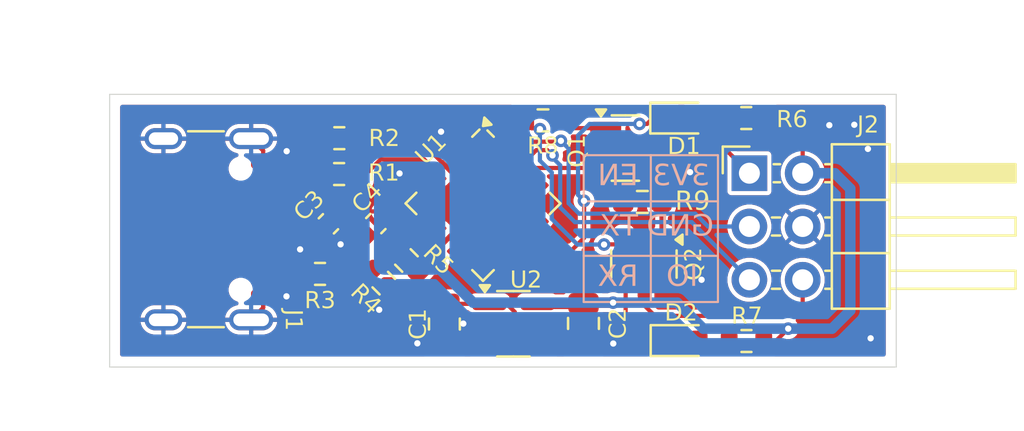
<source format=kicad_pcb>
(kicad_pcb (version 20241229) (generator "pcbnew") (generator_version "9.0")
  (layers (0 "F.Cu" signal) (2 "B.Cu" signal) (13 "F.Paste" user) (15 "B.Paste" user) (5 "F.SilkS" user "F.Silkscreen") (7 "B.SilkS" user "B.Silkscreen") (1 "F.Mask" user) (3 "B.Mask" user) (25 "Edge.Cuts" user))
  (net 0 "")
  (net 1 "+3V3")
  (net 2 "GND")
  (net 3 "Net-(D1-A)")
  (net 4 "Net-(D1-K)")
  (net 5 "Net-(D2-K)")
  (net 6 "Net-(D2-A)")
  (net 7 "VBUS")
  (net 8 "Net-(J1-D-)")
  (net 9 "Net-(J1-D+)")
  (net 12 "/RX")
  (net 13 "/EN")
  (net 14 "/TX")
  (net 15 "/IO0")
  (net 16 "/~{RST}")
  (net 17 "Net-(Q1-B)")
  (net 18 "/~{DTR}")
  (net 19 "Net-(Q2-B)")
  (net 20 "Net-(U1-D-)")
  (net 21 "Net-(U1-D+)")
  (net 22 "Net-(U1-VBUS)")
  (net 23 "Net-(U1-~{RST})")
  (footprint "Capacitor_SMD:C_0603_1608Metric" (layer "F.Cu") (at 132.93 96.67 -135)
    (property "Reference" "C3" (at 0.042426 1.230366 45) (layer "F.SilkS") (effects (font (size 0.8 0.8))))
    (property "Value" "4.7uF")
    (fp_line (start -0.140581 0.51) (end 0.140581 0.51) (stroke (width 0.12)) (layer "F.SilkS"))
    (fp_line (start -0.140581 -0.51) (end 0.140581 -0.51) (stroke (width 0.12)) (layer "F.SilkS"))
    (pad "1" smd roundrect (at -0.775 0 225) (size 0.9 0.95) (layers "F.Cu" "F.Mask" "F.Paste") (net 1 "+3V3"))
    (pad "2" smd roundrect (at 0.775 0 225) (size 0.9 0.95) (layers "F.Cu" "F.Mask" "F.Paste") (net 2 "GND"))
  )
  (footprint "Capacitor_SMD:C_0603_1608Metric" (layer "F.Cu") (at 135.19 96.66 -135)
    (property "Reference" "C4" (at -0.579828 1.131371 45) (layer "F.SilkS") (effects (font (size 0.8 0.8))))
    (property "Value" "100nF")
    (fp_line (start -0.140581 0.51) (end 0.140581 0.51) (stroke (width 0.12)) (layer "F.SilkS"))
    (fp_line (start -0.140581 -0.51) (end 0.140581 -0.51) (stroke (width 0.12)) (layer "F.SilkS"))
    (pad "1" smd roundrect (at -0.775 0 225) (size 0.9 0.95) (layers "F.Cu" "F.Mask" "F.Paste") (net 1 "+3V3"))
    (pad "2" smd roundrect (at 0.775 0 225) (size 0.9 0.95) (layers "F.Cu" "F.Mask" "F.Paste") (net 2 "GND"))
  )
  (footprint "Resistor_SMD:R_0603_1608Metric" (layer "F.Cu") (at 136.65 98.42 -45)
    (property "Reference" "R5" (at 1.053589 -1.067731 135) (layer "F.SilkS") (effects (font (size 0.8 0.8))))
    (property "Value" "1k")
    (fp_line (start -0.237258 0.5225) (end 0.237258 0.5225) (stroke (width 0.12)) (layer "F.SilkS"))
    (fp_line (start -0.237258 -0.5225) (end 0.237258 -0.5225) (stroke (width 0.12)) (layer "F.SilkS"))
    (pad "1" smd roundrect (at -0.825 0 315) (size 0.8 0.95) (layers "F.Cu" "F.Mask" "F.Paste") (net 1 "+3V3"))
    (pad "2" smd roundrect (at 0.825 0 315) (size 0.8 0.95) (layers "F.Cu" "F.Mask" "F.Paste") (net 23 "Net-(U1-~{RST})"))
  )
  (footprint "LED_SMD:LED_0603_1608Metric" (layer "F.Cu") (at 149.76 91.63)
    (property "Reference" "D1" (at 0.12 1.38 0) (layer "F.SilkS") (effects (font (size 0.8 0.8))))
    (property "Value" "NCD0603R1")
    (fp_line (start -1.485 -0.735) (end -1.485 0.735) (stroke (width 0.12)) (layer "F.SilkS"))
    (fp_line (start -1.485 0.735) (end 0.8 0.735) (stroke (width 0.12)) (layer "F.SilkS"))
    (fp_line (start 0.8 -0.735) (end -1.485 -0.735) (stroke (width 0.12)) (layer "F.SilkS"))
    (pad "1" smd roundrect (at -0.7875 0) (size 0.875 0.95) (layers "F.Cu" "F.Mask" "F.Paste") (net 4 "Net-(D1-K)"))
    (pad "2" smd roundrect (at 0.7875 0) (size 0.875 0.95) (layers "F.Cu" "F.Mask" "F.Paste") (net 3 "Net-(D1-A)"))
  )
  (footprint "Connector_PinHeader_2.54mm:PinHeader_2x03_P2.54mm_Horizontal" (layer "F.Cu") (at 153 94.26)
    (property "Reference" "J2" (at 5.655 -2.27 0) (layer "F.SilkS") (effects (font (size 0.8 0.8))))
    (property "Value" "Conn_01x06")
    (fp_line (start -1.27 -1.27) (end 0 -1.27) (stroke (width 0.12)) (layer "F.SilkS"))
    (fp_line (start -1.27 0) (end -1.27 -1.27) (stroke (width 0.12)) (layer "F.SilkS"))
    (fp_line (start 1.077358 2.11) (end 1.462642 2.11) (stroke (width 0.12)) (layer "F.SilkS"))
    (fp_line (start 1.077358 2.97) (end 1.462642 2.97) (stroke (width 0.12)) (layer "F.SilkS"))
    (fp_line (start 1.077358 4.65) (end 1.462642 4.65) (stroke (width 0.12)) (layer "F.SilkS"))
    (fp_line (start 1.077358 5.51) (end 1.462642 5.51) (stroke (width 0.12)) (layer "F.SilkS"))
    (fp_line (start 1.16 -0.43) (end 1.462642 -0.43) (stroke (width 0.12)) (layer "F.SilkS"))
    (fp_line (start 1.16 0.43) (end 1.462642 0.43) (stroke (width 0.12)) (layer "F.SilkS"))
    (fp_line (start 3.617358 -0.43) (end 3.93 -0.43) (stroke (width 0.12)) (layer "F.SilkS"))
    (fp_line (start 3.617358 0.43) (end 3.93 0.43) (stroke (width 0.12)) (layer "F.SilkS"))
    (fp_line (start 3.617358 2.11) (end 3.93 2.11) (stroke (width 0.12)) (layer "F.SilkS"))
    (fp_line (start 3.617358 2.97) (end 3.93 2.97) (stroke (width 0.12)) (layer "F.SilkS"))
    (fp_line (start 3.617358 4.65) (end 3.93 4.65) (stroke (width 0.12)) (layer "F.SilkS"))
    (fp_line (start 3.617358 5.51) (end 3.93 5.51) (stroke (width 0.12)) (layer "F.SilkS"))
    (fp_line (start 3.93 -1.38) (end 3.93 6.46) (stroke (width 0.12)) (layer "F.SilkS"))
    (fp_line (start 3.93 1.27) (end 6.69 1.27) (stroke (width 0.12)) (layer "F.SilkS"))
    (fp_line (start 3.93 3.81) (end 6.69 3.81) (stroke (width 0.12)) (layer "F.SilkS"))
    (fp_line (start 3.93 6.46) (end 6.69 6.46) (stroke (width 0.12)) (layer "F.SilkS"))
    (fp_line (start 6.69 -1.38) (end 3.93 -1.38) (stroke (width 0.12)) (layer "F.SilkS"))
    (fp_line (start 6.69 2.11) (end 12.69 2.11) (stroke (width 0.12)) (layer "F.SilkS"))
    (fp_line (start 6.69 4.65) (end 12.69 4.65) (stroke (width 0.12)) (layer "F.SilkS"))
    (fp_line (start 6.69 6.46) (end 6.69 -1.38) (stroke (width 0.12)) (layer "F.SilkS"))
    (fp_line (start 12.69 2.11) (end 12.69 2.97) (stroke (width 0.12)) (layer "F.SilkS"))
    (fp_line (start 12.69 2.97) (end 6.69 2.97) (stroke (width 0.12)) (layer "F.SilkS"))
    (fp_line (start 12.69 4.65) (end 12.69 5.51) (stroke (width 0.12)) (layer "F.SilkS"))
    (fp_line (start 12.69 5.51) (end 6.69 5.51) (stroke (width 0.12)) (layer "F.SilkS"))
    (fp_rect (start 6.69 -0.43) (end 12.69 0.43) (stroke (width 0.12)) (fill yes) (layer "F.SilkS"))
    (pad "1" thru_hole rect (at 0 0) (size 1.7 1.7) (drill 1) (layers "*.Cu" "*.Mask") (net 13 "/EN"))
    (pad "2" thru_hole circle (at 2.54 0) (size 1.7 1.7) (drill 1) (layers "*.Cu" "*.Mask") (net 1 "+3V3"))
    (pad "3" thru_hole circle (at 0 2.54) (size 1.7 1.7) (drill 1) (layers "*.Cu" "*.Mask") (net 14 "/TX"))
    (pad "4" thru_hole circle (at 2.54 2.54) (size 1.7 1.7) (drill 1) (layers "*.Cu" "*.Mask") (net 2 "GND"))
    (pad "5" thru_hole circle (at 0 5.08) (size 1.7 1.7) (drill 1) (layers "*.Cu" "*.Mask") (net 12 "/RX"))
    (pad "6" thru_hole circle (at 2.54 5.08) (size 1.7 1.7) (drill 1) (layers "*.Cu" "*.Mask") (net 15 "/IO0"))
  )
  (footprint "Resistor_SMD:R_0603_1608Metric" (layer "F.Cu") (at 132.53 99.06)
    (property "Reference" "R3" (at 0 1.3 0) (layer "F.SilkS") (effects (font (size 0.8 0.8))))
    (property "Value" "21.1k")
    (fp_line (start -0.237258 -0.5225) (end 0.237258 -0.5225) (stroke (width 0.12)) (layer "F.SilkS"))
    (fp_line (start -0.237258 0.5225) (end 0.237258 0.5225) (stroke (width 0.12)) (layer "F.SilkS"))
    (pad "1" smd roundrect (at -0.825 0) (size 0.8 0.95) (layers "F.Cu" "F.Mask" "F.Paste") (net 7 "VBUS"))
    (pad "2" smd roundrect (at 0.825 0) (size 0.8 0.95) (layers "F.Cu" "F.Mask" "F.Paste") (net 22 "Net-(U1-VBUS)"))
  )
  (footprint "Capacitor_SMD:C_0805_2012Metric" (layer "F.Cu") (at 138.46 101.45 -90)
    (property "Reference" "C1" (at 0 1.22 90) (layer "F.SilkS") (effects (font (size 0.8 0.8))))
    (property "Value" "1uF")
    (fp_line (start -0.261252 0.735) (end 0.261252 0.735) (stroke (width 0.12)) (layer "F.SilkS"))
    (fp_line (start -0.261252 -0.735) (end 0.261252 -0.735) (stroke (width 0.12)) (layer "F.SilkS"))
    (pad "1" smd roundrect (at -0.95 0 270) (size 1 1.45) (layers "F.Cu" "F.Mask" "F.Paste") (net 7 "VBUS"))
    (pad "2" smd roundrect (at 0.95 0 270) (size 1 1.45) (layers "F.Cu" "F.Mask" "F.Paste") (net 2 "GND"))
  )
  (footprint "Resistor_SMD:R_0603_1608Metric" (layer "F.Cu") (at 152.86 102.26)
    (property "Reference" "R7" (at 0.02 -1.16 0) (layer "F.SilkS") (effects (font (size 0.8 0.8))))
    (property "Value" "330")
    (fp_line (start -0.237258 -0.5225) (end 0.237258 -0.5225) (stroke (width 0.12)) (layer "F.SilkS"))
    (fp_line (start -0.237258 0.5225) (end 0.237258 0.5225) (stroke (width 0.12)) (layer "F.SilkS"))
    (pad "1" smd roundrect (at -0.825 0) (size 0.8 0.95) (layers "F.Cu" "F.Mask" "F.Paste") (net 6 "Net-(D2-A)"))
    (pad "2" smd roundrect (at 0.825 0) (size 0.8 0.95) (layers "F.Cu" "F.Mask" "F.Paste") (net 1 "+3V3"))
  )
  (footprint "Package_TO_SOT_SMD:SC-74A-5_1.55x2.9mm_P0.95mm" (layer "F.Cu") (at 141.75 101.4375)
    (property "Reference" "U2" (at 0.6 -2.0575 0) (layer "F.SilkS") (effects (font (size 0.8 0.8))))
    (property "Value" "AP2112K-3.3")
    (fp_line (start 0 -1.56) (end -0.775 -1.56) (stroke (width 0.12)) (layer "F.SilkS"))
    (fp_line (start 0 -1.56) (end 0.775 -1.56) (stroke (width 0.12)) (layer "F.SilkS"))
    (fp_line (start 0 1.56) (end -0.775 1.56) (stroke (width 0.12)) (layer "F.SilkS"))
    (fp_line (start 0 1.56) (end 0.775 1.56) (stroke (width 0.12)) (layer "F.SilkS"))
    (fp_poly (pts (xy -1.3625 -1.51) (xy -1.6025 -1.84) (xy -1.1225 -1.84)) (stroke (width 0.12)) (fill yes) (layer "F.SilkS"))
    (pad "1" smd roundrect (at -1.15 -0.95) (size 1.6 0.6) (layers "F.Cu" "F.Mask" "F.Paste") (net 7 "VBUS"))
    (pad "2" smd roundrect (at -1.15 0) (size 1.6 0.6) (layers "F.Cu" "F.Mask" "F.Paste") (net 2 "GND"))
    (pad "3" smd roundrect (at -1.15 0.95) (size 1.6 0.6) (layers "F.Cu" "F.Mask" "F.Paste") (net 7 "VBUS"))
    (pad "4" smd roundrect (at 1.15 0.95) (size 1.6 0.6) (layers "F.Cu" "F.Mask" "F.Paste"))
    (pad "5" smd roundrect (at 1.15 -0.95) (size 1.6 0.6) (layers "F.Cu" "F.Mask" "F.Paste") (net 1 "+3V3"))
  )
  (footprint "Resistor_SMD:R_0603_1608Metric_Pad0.98x0.95mm_HandSolder" (layer "F.Cu") (at 147.8975 95.63)
    (property "Reference" "R9" (at 2.3925 0 0) (layer "F.SilkS") (effects (font (size 0.9 0.9))))
    (property "Value" "10k")
    (fp_line (start -0.254724 -0.5225) (end 0.254724 -0.5225) (stroke (width 0.12)) (layer "F.SilkS"))
    (fp_line (start -0.254724 0.5225) (end 0.254724 0.5225) (stroke (width 0.12)) (layer "F.SilkS"))
    (pad "1" smd roundrect (at -0.9125 0) (size 0.975 0.95) (layers "F.Cu" "F.Mask" "F.Paste") (net 16 "/~{RST}"))
    (pad "2" smd roundrect (at 0.9125 0) (size 0.975 0.95) (layers "F.Cu" "F.Mask" "F.Paste") (net 19 "Net-(Q2-B)"))
  )
  (footprint "Resistor_SMD:R_0603_1608Metric" (layer "F.Cu") (at 152.85 91.63)
    (property "Reference" "R6" (at 2.18 0.1 0) (layer "F.SilkS") (effects (font (size 0.8 0.8))))
    (property "Value" "330")
    (fp_line (start -0.237258 -0.5225) (end 0.237258 -0.5225) (stroke (width 0.12)) (layer "F.SilkS"))
    (fp_line (start -0.237258 0.5225) (end 0.237258 0.5225) (stroke (width 0.12)) (layer "F.SilkS"))
    (pad "1" smd roundrect (at -0.825 0) (size 0.8 0.95) (layers "F.Cu" "F.Mask" "F.Paste") (net 3 "Net-(D1-A)"))
    (pad "2" smd roundrect (at 0.825 0) (size 0.8 0.95) (layers "F.Cu" "F.Mask" "F.Paste") (net 1 "+3V3"))
  )
  (footprint "Package_DFN_QFN:QFN-28-1EP_5x5mm_P0.5mm_EP3.35x3.35mm" (layer "F.Cu") (at 140.3 95.7 -45)
    (property "Reference" "U1" (at -3.556747 -0.077782 225) (layer "F.SilkS") (effects (font (size 0.8 0.8))))
    (property "Value" "CP2102N-A02-GQFN28R")
    (fp_line (start -2.61 2.61) (end -2.61 1.885) (stroke (width 0.12)) (layer "F.SilkS"))
    (fp_line (start -1.885 2.61) (end -2.61 2.61) (stroke (width 0.12)) (layer "F.SilkS"))
    (fp_line (start -2.61 -1.885) (end -2.61 -2.37) (stroke (width 0.12)) (layer "F.SilkS"))
    (fp_line (start 1.885 2.61) (end 2.61 2.61) (stroke (width 0.12)) (layer "F.SilkS"))
    (fp_line (start 2.61 2.61) (end 2.61 1.885) (stroke (width 0.12)) (layer "F.SilkS"))
    (fp_line (start -1.885 -2.61) (end -2.31 -2.61) (stroke (width 0.12)) (layer "F.SilkS"))
    (fp_line (start 1.885 -2.61) (end 2.61 -2.61) (stroke (width 0.12)) (layer "F.SilkS"))
    (fp_line (start 2.61 -2.61) (end 2.61 -1.885) (stroke (width 0.12)) (layer "F.SilkS"))
    (fp_poly (pts (xy -2.61 -2.61) (xy -2.85 -2.94) (xy -2.37 -2.94)) (stroke (width 0.12)) (fill yes) (layer "F.SilkS"))
    (pad "1" smd roundrect (at -2.45 -1.5 315) (size 0.8 0.25) (layers "F.Cu" "F.Mask" "F.Paste"))
    (pad "2" smd roundrect (at -2.45 -1 315) (size 0.8 0.25) (layers "F.Cu" "F.Mask" "F.Paste"))
    (pad "3" smd roundrect (at -2.45 -0.5 315) (size 0.8 0.25) (layers "F.Cu" "F.Mask" "F.Paste") (net 2 "GND"))
    (pad "4" smd roundrect (at -2.450001 0 315) (size 0.8 0.25) (layers "F.Cu" "F.Mask" "F.Paste") (net 21 "Net-(U1-D+)"))
    (pad "5" smd roundrect (at -2.45 0.5 315) (size 0.8 0.25) (layers "F.Cu" "F.Mask" "F.Paste") (net 20 "Net-(U1-D-)"))
    (pad "6" smd roundrect (at -2.45 1 315) (size 0.8 0.25) (layers "F.Cu" "F.Mask" "F.Paste") (net 1 "+3V3"))
    (pad "7" smd roundrect (at -2.45 1.5 315) (size 0.8 0.25) (layers "F.Cu" "F.Mask" "F.Paste") (net 1 "+3V3"))
    (pad "8" smd roundrect (at -1.5 2.45 315) (size 0.25 0.8) (layers "F.Cu" "F.Mask" "F.Paste") (net 22 "Net-(U1-VBUS)"))
    (pad "9" smd roundrect (at -1 2.45 315) (size 0.25 0.8) (layers "F.Cu" "F.Mask" "F.Paste") (net 23 "Net-(U1-~{RST})"))
    (pad "10" smd roundrect (at -0.5 2.45 315) (size 0.25 0.8) (layers "F.Cu" "F.Mask" "F.Paste"))
    (pad "11" smd roundrect (at 0 2.450001 315) (size 0.25 0.8) (layers "F.Cu" "F.Mask" "F.Paste"))
    (pad "12" smd roundrect (at 0.5 2.45 315) (size 0.25 0.8) (layers "F.Cu" "F.Mask" "F.Paste"))
    (pad "13" smd roundrect (at 1 2.45 315) (size 0.25 0.8) (layers "F.Cu" "F.Mask" "F.Paste"))
    (pad "14" smd roundrect (at 1.5 2.45 315) (size 0.25 0.8) (layers "F.Cu" "F.Mask" "F.Paste"))
    (pad "15" smd roundrect (at 2.45 1.5 315) (size 0.8 0.25) (layers "F.Cu" "F.Mask" "F.Paste"))
    (pad "16" smd roundrect (at 2.45 1 315) (size 0.8 0.25) (layers "F.Cu" "F.Mask" "F.Paste"))
    (pad "17" smd roundrect (at 2.45 0.5 315) (size 0.8 0.25) (layers "F.Cu" "F.Mask" "F.Paste"))
    (pad "18" smd roundrect (at 2.450001 0 315) (size 0.8 0.25) (layers "F.Cu" "F.Mask" "F.Paste") (net 5 "Net-(D2-K)"))
    (pad "19" smd roundrect (at 2.45 -0.5 315) (size 0.8 0.25) (layers "F.Cu" "F.Mask" "F.Paste") (net 4 "Net-(D1-K)"))
    (pad "20" smd roundrect (at 2.45 -1 315) (size 0.8 0.25) (layers "F.Cu" "F.Mask" "F.Paste"))
    (pad "21" smd roundrect (at 2.45 -1.5 315) (size 0.8 0.25) (layers "F.Cu" "F.Mask" "F.Paste"))
    (pad "22" smd roundrect (at 1.5 -2.45 315) (size 0.25 0.8) (layers "F.Cu" "F.Mask" "F.Paste"))
    (pad "23" smd roundrect (at 1 -2.45 315) (size 0.25 0.8) (layers "F.Cu" "F.Mask" "F.Paste"))
    (pad "24" smd roundrect (at 0.5 -2.45 315) (size 0.25 0.8) (layers "F.Cu" "F.Mask" "F.Paste") (net 16 "/~{RST}"))
    (pad "25" smd roundrect (at 0 -2.450001 315) (size 0.25 0.8) (layers "F.Cu" "F.Mask" "F.Paste") (net 12 "/RX"))
    (pad "26" smd roundrect (at -0.5 -2.45 315) (size 0.25 0.8) (layers "F.Cu" "F.Mask" "F.Paste") (net 14 "/TX"))
    (pad "27" smd roundrect (at -1 -2.45 315) (size 0.25 0.8) (layers "F.Cu" "F.Mask" "F.Paste"))
    (pad "28" smd roundrect (at -1.5 -2.45 315) (size 0.25 0.8) (layers "F.Cu" "F.Mask" "F.Paste") (net 18 "/~{DTR}"))
    (pad "29" smd rect (at 0 0 315) (size 3.35 3.35) (property pad_prop_heatsink) (layers "F.Cu" "F.Mask") (net 2 "GND"))
  )
  (footprint "Connector_USB:USB_C_Receptacle_GCT_USB4105-xx-A_16P_TopMnt_Horizontal" (layer "F.Cu") (at 126.14 96.93 -90)
    (property "Reference" "J1" (at 4.33 -5.09 270) (layer "F.SilkS") (effects (font (size 0.8 0.8))))
    (property "Value" "TYPE-C 16PIN 2MD(073)")
    (fp_line (start -4.67 -0.1) (end -4.67 -1.8) (stroke (width 0.12)) (layer "F.SilkS"))
    (fp_line (start 4.67 -0.1) (end 4.67 -1.8) (stroke (width 0.12)) (layer "F.SilkS"))
    (pad "" np_thru_hole circle (at -2.89 -2.605 270) (size 0.65 0.65) (drill 0.65) (layers "*.Cu" "*.Mask"))
    (pad "" np_thru_hole circle (at 2.89 -2.605 270) (size 0.65 0.65) (drill 0.65) (layers "*.Cu" "*.Mask"))
    (pad "A1" smd roundrect (at -3.2 -3.68 270) (size 0.6 1.15) (layers "F.Cu" "F.Mask" "F.Paste") (net 2 "GND"))
    (pad "A4" smd roundrect (at -2.4 -3.68 270) (size 0.6 1.15) (layers "F.Cu" "F.Mask" "F.Paste") (net 7 "VBUS"))
    (pad "A5" smd roundrect (at -1.25 -3.68 270) (size 0.3 1.15) (layers "F.Cu" "F.Mask" "F.Paste"))
    (pad "A6" smd roundrect (at -0.25 -3.68 270) (size 0.3 1.15) (layers "F.Cu" "F.Mask" "F.Paste") (net 9 "Net-(J1-D+)"))
    (pad "A7" smd roundrect (at 0.25 -3.68 270) (size 0.3 1.15) (layers "F.Cu" "F.Mask" "F.Paste") (net 8 "Net-(J1-D-)"))
    (pad "A8" smd roundrect (at 1.25 -3.68 270) (size 0.3 1.15) (layers "F.Cu" "F.Mask" "F.Paste"))
    (pad "A9" smd roundrect (at 2.4 -3.68 270) (size 0.6 1.15) (layers "F.Cu" "F.Mask" "F.Paste") (net 7 "VBUS"))
    (pad "A12" smd roundrect (at 3.2 -3.68 270) (size 0.6 1.15) (layers "F.Cu" "F.Mask" "F.Paste") (net 2 "GND"))
    (pad "B1" smd roundrect (at 3.2 -3.68 270) (size 0.6 1.15) (layers "F.Cu" "F.Mask" "F.Paste") (net 2 "GND"))
    (pad "B4" smd roundrect (at 2.4 -3.68 270) (size 0.6 1.15) (layers "F.Cu" "F.Mask" "F.Paste") (net 7 "VBUS"))
    (pad "B5" smd roundrect (at 1.75 -3.68 270) (size 0.3 1.15) (layers "F.Cu" "F.Mask" "F.Paste"))
    (pad "B6" smd roundrect (at 0.75 -3.68 270) (size 0.3 1.15) (layers "F.Cu" "F.Mask" "F.Paste"))
    (pad "B7" smd roundrect (at -0.75 -3.68 270) (size 0.3 1.15) (layers "F.Cu" "F.Mask" "F.Paste"))
    (pad "B8" smd roundrect (at -1.75 -3.68 270) (size 0.3 1.15) (layers "F.Cu" "F.Mask" "F.Paste"))
    (pad "B9" smd roundrect (at -2.4 -3.68 270) (size 0.6 1.15) (layers "F.Cu" "F.Mask" "F.Paste") (net 7 "VBUS"))
    (pad "B12" smd roundrect (at -3.2 -3.68 270) (size 0.6 1.15) (layers "F.Cu" "F.Mask" "F.Paste") (net 2 "GND"))
    (pad "S1" thru_hole oval (at -4.32 -3.105 270) (size 1 2.1) (drill oval 0.6 1.7) (property pad_prop_heatsink) (layers "*.Cu" "*.Mask" "F.Paste") (net 2 "GND"))
    (pad "S1" thru_hole oval (at -4.32 1.075 270) (size 1 1.8) (drill oval 0.6 1.4) (property pad_prop_heatsink) (layers "*.Cu" "*.Mask" "F.Paste") (net 2 "GND"))
    (pad "S1" thru_hole oval (at 4.32 -3.105 270) (size 1 2.1) (drill oval 0.6 1.7) (property pad_prop_heatsink) (layers "*.Cu" "*.Mask" "F.Paste") (net 2 "GND"))
    (pad "S1" thru_hole oval (at 4.32 1.075 270) (size 1 1.8) (drill oval 0.6 1.4) (property pad_prop_heatsink) (layers "*.Cu" "*.Mask" "F.Paste") (net 2 "GND"))
  )
  (footprint "LED_SMD:LED_0603_1608Metric" (layer "F.Cu") (at 149.78 102.24)
    (property "Reference" "D2" (at -0.04 -1.29 0) (layer "F.SilkS") (effects (font (size 0.8 0.8))))
    (property "Value" "NCD0603R1")
    (fp_line (start -1.485 -0.735) (end -1.485 0.735) (stroke (width 0.12)) (layer "F.SilkS"))
    (fp_line (start -1.485 0.735) (end 0.8 0.735) (stroke (width 0.12)) (layer "F.SilkS"))
    (fp_line (start 0.8 -0.735) (end -1.485 -0.735) (stroke (width 0.12)) (layer "F.SilkS"))
    (pad "1" smd roundrect (at -0.7875 0) (size 0.875 0.95) (layers "F.Cu" "F.Mask" "F.Paste") (net 5 "Net-(D2-K)"))
    (pad "2" smd roundrect (at 0.7875 0) (size 0.875 0.95) (layers "F.Cu" "F.Mask" "F.Paste") (net 6 "Net-(D2-A)"))
  )
  (footprint "Resistor_SMD:R_0603_1608Metric" (layer "F.Cu") (at 133.44 94.3)
    (property "Reference" "R1" (at 2.13 -0.02 0) (layer "F.SilkS") (effects (font (size 0.8 0.8))))
    (property "Value" "10")
    (fp_line (start -0.237258 -0.5225) (end 0.237258 -0.5225) (stroke (width 0.12)) (layer "F.SilkS"))
    (fp_line (start -0.237258 0.5225) (end 0.237258 0.5225) (stroke (width 0.12)) (layer "F.SilkS"))
    (pad "1" smd roundrect (at -0.825 0) (size 0.8 0.95) (layers "F.Cu" "F.Mask" "F.Paste") (net 8 "Net-(J1-D-)"))
    (pad "2" smd roundrect (at 0.825 0) (size 0.8 0.95) (layers "F.Cu" "F.Mask" "F.Paste") (net 20 "Net-(U1-D-)"))
  )
  (footprint "Capacitor_SMD:C_0805_2012Metric" (layer "F.Cu") (at 145.09 101.42 -90)
    (property "Reference" "C2" (at 0 -1.68 90) (layer "F.SilkS") (effects (font (size 0.8 0.8))))
    (property "Value" "1uF")
    (fp_line (start -0.261252 0.735) (end 0.261252 0.735) (stroke (width 0.12)) (layer "F.SilkS"))
    (fp_line (start -0.261252 -0.735) (end 0.261252 -0.735) (stroke (width 0.12)) (layer "F.SilkS"))
    (pad "1" smd roundrect (at -0.95 0 270) (size 1 1.45) (layers "F.Cu" "F.Mask" "F.Paste") (net 1 "+3V3"))
    (pad "2" smd roundrect (at 0.95 0 270) (size 1 1.45) (layers "F.Cu" "F.Mask" "F.Paste") (net 2 "GND"))
  )
  (footprint "Package_TO_SOT_SMD:SOT-23" (layer "F.Cu") (at 147.0875 93.06)
    (property "Reference" "Q1" (at -2.2675 0.14 90) (layer "F.SilkS") (effects (font (size 0.8 0.8))))
    (property "Value" "SS8050")
    (fp_line (start 0 -1.56) (end -0.65 -1.56) (stroke (width 0.12)) (layer "F.SilkS"))
    (fp_line (start 0 -1.56) (end 0.65 -1.56) (stroke (width 0.12)) (layer "F.SilkS"))
    (fp_line (start 0 1.56) (end -0.65 1.56) (stroke (width 0.12)) (layer "F.SilkS"))
    (fp_line (start 0 1.56) (end 0.65 1.56) (stroke (width 0.12)) (layer "F.SilkS"))
    (fp_poly (pts (xy -1.1625 -1.51) (xy -1.4025 -1.84) (xy -0.9225 -1.84)) (stroke (width 0.12)) (fill yes) (layer "F.SilkS"))
    (pad "1" smd roundrect (at -0.9375 -0.95) (size 1.475 0.6) (layers "F.Cu" "F.Mask" "F.Paste") (net 17 "Net-(Q1-B)"))
    (pad "2" smd roundrect (at -0.9375 0.95) (size 1.475 0.6) (layers "F.Cu" "F.Mask" "F.Paste") (net 16 "/~{RST}"))
    (pad "3" smd roundrect (at 0.9375 0) (size 1.475 0.6) (layers "F.Cu" "F.Mask" "F.Paste") (net 13 "/EN"))
  )
  (footprint "Resistor_SMD:R_0603_1608Metric_Pad0.98x0.95mm_HandSolder" (layer "F.Cu") (at 143.16 91.74)
    (property "Reference" "R8" (at -0.01 1.25 0) (layer "F.SilkS") (effects (font (size 0.8 0.8))))
    (property "Value" "10k")
    (fp_line (start -0.254724 -0.5225) (end 0.254724 -0.5225) (stroke (width 0.12)) (layer "F.SilkS"))
    (fp_line (start -0.254724 0.5225) (end 0.254724 0.5225) (stroke (width 0.12)) (layer "F.SilkS"))
    (pad "1" smd roundrect (at -0.9125 0) (size 0.975 0.95) (layers "F.Cu" "F.Mask" "F.Paste") (net 18 "/~{DTR}"))
    (pad "2" smd roundrect (at 0.9125 0) (size 0.975 0.95) (layers "F.Cu" "F.Mask" "F.Paste") (net 17 "Net-(Q1-B)"))
  )
  (footprint "Resistor_SMD:R_0603_1608Metric" (layer "F.Cu") (at 133.45 92.59)
    (property "Reference" "R2" (at 2.14 0.04 0) (layer "F.SilkS") (effects (font (size 0.8 0.8))))
    (property "Value" "10")
    (fp_line (start -0.237258 -0.5225) (end 0.237258 -0.5225) (stroke (width 0.12)) (layer "F.SilkS"))
    (fp_line (start -0.237258 0.5225) (end 0.237258 0.5225) (stroke (width 0.12)) (layer "F.SilkS"))
    (pad "1" smd roundrect (at -0.825 0) (size 0.8 0.95) (layers "F.Cu" "F.Mask" "F.Paste") (net 9 "Net-(J1-D+)"))
    (pad "2" smd roundrect (at 0.825 0) (size 0.8 0.95) (layers "F.Cu" "F.Mask" "F.Paste") (net 21 "Net-(U1-D+)"))
  )
  (footprint "Resistor_SMD:R_0603_1608Metric" (layer "F.Cu") (at 135.57 99.5 -45)
    (property "Reference" "R4" (at -0.070711 1.173797 135) (layer "F.SilkS") (effects (font (size 0.8 0.8))))
    (property "Value" "47.5k")
    (fp_line (start -0.237258 0.5225) (end 0.237258 0.5225) (stroke (width 0.12)) (layer "F.SilkS"))
    (fp_line (start -0.237258 -0.5225) (end 0.237258 -0.5225) (stroke (width 0.12)) (layer "F.SilkS"))
    (pad "1" smd roundrect (at -0.825 0 315) (size 0.8 0.95) (layers "F.Cu" "F.Mask" "F.Paste") (net 22 "Net-(U1-VBUS)"))
    (pad "2" smd roundrect (at 0.825 0 315) (size 0.8 0.95) (layers "F.Cu" "F.Mask" "F.Paste") (net 2 "GND"))
  )
  (footprint "Package_TO_SOT_SMD:SOT-23" (layer "F.Cu") (at 147.97 98.59 -90)
    (property "Reference" "Q2" (at 0 -2.4 90) (layer "F.SilkS") (effects (font (size 0.8 0.8))))
    (property "Value" "SS8050")
    (fp_line (start 0 1.56) (end -0.65 1.56) (stroke (width 0.12)) (layer "F.SilkS"))
    (fp_line (start 0 1.56) (end 0.65 1.56) (stroke (width 0.12)) (layer "F.SilkS"))
    (fp_line (start 0 -1.56) (end -0.65 -1.56) (stroke (width 0.12)) (layer "F.SilkS"))
    (fp_line (start 0 -1.56) (end 0.65 -1.56) (stroke (width 0.12)) (layer "F.SilkS"))
    (fp_poly (pts (xy -1.1625 -1.51) (xy -1.4025 -1.84) (xy -0.9225 -1.84)) (stroke (width 0.12)) (fill yes) (layer "F.SilkS"))
    (pad "1" smd roundrect (at -0.9375 -0.95 270) (size 1.475 0.6) (layers "F.Cu" "F.Mask" "F.Paste") (net 19 "Net-(Q2-B)"))
    (pad "2" smd roundrect (at -0.9375 0.95 270) (size 1.475 0.6) (layers "F.Cu" "F.Mask" "F.Paste") (net 18 "/~{DTR}"))
    (pad "3" smd roundrect (at 0.9375 0 270) (size 1.475 0.6) (layers "F.Cu" "F.Mask" "F.Paste") (net 15 "/IO0"))
  )
  (gr_line (start 148.3 100.4) (end 148.3 93.4) (stroke (width 0.1)) (layer "B.SilkS"))
  (gr_line (start 145.1 93.4) (end 145.1 100.4) (stroke (width 0.1)) (layer "B.SilkS"))
  (gr_line (start 145.1 93.4) (end 148.3 93.4) (stroke (width 0.1)) (layer "B.SilkS"))
  (gr_line (start 148.3 98.2) (end 145.1 98.2) (stroke (width 0.1)) (layer "B.SilkS"))
  (gr_line (start 151.5 100.4) (end 148.3 100.4) (stroke (width 0.1)) (layer "B.SilkS"))
  (gr_line (start 151.5 98.2) (end 148.3 98.2) (stroke (width 0.1)) (layer "B.SilkS"))
  (gr_line (start 148.3 93.4) (end 151.5 93.4) (stroke (width 0.1)) (layer "B.SilkS"))
  (gr_line (start 148.3 95.6) (end 145.1 95.6) (stroke (width 0.1)) (layer "B.SilkS"))
  (gr_line (start 151.5 95.6) (end 148.3 95.6) (stroke (width 0.1)) (layer "B.SilkS"))
  (gr_line (start 151.5 93.4) (end 151.5 100.4) (stroke (width 0.1)) (layer "B.SilkS"))
  (gr_line (start 148.3 100.4) (end 145.1 100.4) (stroke (width 0.1)) (layer "B.SilkS"))
  (gr_line (start 122.5 90.5) (end 122.5 103.5) (stroke (width 0.05)) (layer "Edge.Cuts"))
  (gr_line (start 122.5 103.5) (end 160 103.5) (stroke (width 0.05)) (layer "Edge.Cuts"))
  (gr_line (start 160 90.5) (end 122.5 90.5) (stroke (width 0.05)) (layer "Edge.Cuts"))
  (gr_line (start 160 103.5) (end 160 90.5) (stroke (width 0.05)) (layer "Edge.Cuts"))
  (gr_text "GND" (at 151.3 97.4 0) (layer "B.SilkS") (effects (font (size 1 1) (thickness 0.1)) (justify left bottom mirror)))
  (gr_text "EN" (at 147.7 95 0) (layer "B.SilkS") (effects (font (size 1 1) (thickness 0.1)) (justify left bottom mirror)))
  (gr_text "3V3" (at 151.117795 95 0) (layer "B.SilkS") (effects (font (size 1 1) (thickness 0.1)) (justify left bottom mirror)))
  (gr_text "RX" (at 147.7 99.8 0) (layer "B.SilkS") (effects (font (size 1 1) (thickness 0.1)) (justify left bottom mirror)))
  (gr_text "TX" (at 147.687788 97.4 0) (layer "B.SilkS") (effects (font (size 1 1) (thickness 0.1)) (justify left bottom mirror)))
  (gr_text "IO" (at 150.550175 99.8 0) (layer "B.SilkS") (effects (font (size 1 1) (thickness 0.1)) (justify left bottom mirror)))
  (segment (start 137.860482 94.674695) (end 137.455787 94.27) (width 0.2) (layer "F.Cu") (net 1))
  (segment (start 153.685 102.26) (end 154.26 102.26) (width 0.2) (layer "F.Cu") (net 1))
  (segment (start 136.26 95.87) (end 136.018008 96.111992) (width 0.2) (layer "F.Cu") (net 1))
  (segment (start 133.558008 96.121992) (end 133.6 96.08) (width 0.2) (layer "F.Cu") (net 1))
  (segment (start 155.54 94.26) (end 155.54 92.22) (width 0.2) (layer "F.Cu") (net 1))
  (segment (start 154.95 91.63) (end 153.675 91.63) (width 0.2) (layer "F.Cu") (net 1))
  (segment (start 133.6 96.08) (end 135.65 96.08) (width 0.2) (layer "F.Cu") (net 1))
  (segment (start 136.066637 97.836637) (end 136.036637 97.806637) (width 0.2) (layer "F.Cu") (net 1))
  (segment (start 136.036637 96.466637) (end 135.738008 96.168008) (width 0.2) (layer "F.Cu") (net 1))
  (segment (start 133.478008 96.121992) (end 133.558008 96.121992) (width 0.2) (layer "F.Cu") (net 1))
  (segment (start 154.26 102.26) (end 154.85 101.67) (width 0.2) (layer "F.Cu") (net 1))
  (segment (start 145.13 100.43) (end 145.09 100.47) (width 0.5) (layer "F.Cu") (net 1))
  (segment (start 146.5 100.43) (end 145.13 100.43) (width 0.5) (layer "F.Cu") (net 1))
  (segment (start 137.455787 94.27) (end 136.32 94.27) (width 0.2) (layer "F.Cu") (net 1))
  (segment (start 136.32 94.27) (end 136.26 94.33) (width 0.2) (layer "F.Cu") (net 1))
  (segment (start 136.036637 97.806637) (end 136.036637 96.466637) (width 0.2) (layer "F.Cu") (net 1))
  (segment (start 136.32 94.27) (end 136.748679 94.27) (width 0.2) (layer "F.Cu") (net 1))
  (segment (start 135.738008 96.168008) (end 135.738008 96.111992) (width 0.2) (layer "F.Cu") (net 1))
  (segment (start 136.26 94.33) (end 136.26 95.87) (width 0.2) (layer "F.Cu") (net 1))
  (segment (start 136.748679 94.27) (end 137.506928 95.028249) (width 0.2) (layer "F.Cu") (net 1))
  (segment (start 142.9 100.4875) (end 145.0725 100.4875) (width 0.5) (layer "F.Cu") (net 1))
  (segment (start 135.681992 96.111992) (end 135.738008 96.111992) (width 0.2) (layer "F.Cu") (net 1))
  (segment (start 136.018008 96.111992) (end 135.738008 96.111992) (width 0.2) (layer "F.Cu") (net 1))
  (segment (start 145.0725 100.4875) (end 145.09 100.47) (width 0.5) (layer "F.Cu") (net 1))
  (segment (start 155.54 92.22) (end 154.95 91.63) (width 0.2) (layer "F.Cu") (net 1))
  (segment (start 135.65 96.08) (end 135.681992 96.111992) (width 0.2) (layer "F.Cu") (net 1))
  (via (at 146.5 100.43) (size 0.6) (drill 0.3) (layers "F.Cu" "B.Cu") (net 1))
  (via (at 154.85 101.67) (size 0.6) (drill 0.3) (layers "F.Cu" "B.Cu") (net 1))
  (via (at 136.32 94.27) (size 0.6) (drill 0.3) (layers "F.Cu" "B.Cu") (net 1))
  (segment (start 157.81 100.8) (end 157.81 95) (width 0.5) (layer "B.Cu") (net 1))
  (segment (start 150.8 101.67) (end 154.85 101.67) (width 0.5) (layer "B.Cu") (net 1))
  (segment (start 149.56 100.43) (end 150.8 101.67) (width 0.5) (layer "B.Cu") (net 1))
  (segment (start 156.94 101.67) (end 157.81 100.8) (width 0.5) (layer "B.Cu") (net 1))
  (segment (start 146.5 100.43) (end 149.56 100.43) (width 0.5) (layer "B.Cu") (net 1))
  (segment (start 157.07 94.26) (end 155.54 94.26) (width 0.5) (layer "B.Cu") (net 1))
  (segment (start 139.83 100.43) (end 136.32 96.92) (width 0.5) (layer "B.Cu") (net 1))
  (segment (start 154.85 101.67) (end 156.94 101.67) (width 0.5) (layer "B.Cu") (net 1))
  (segment (start 157.81 95) (end 157.07 94.26) (width 0.5) (layer "B.Cu") (net 1))
  (segment (start 136.32 96.92) (end 136.32 94.27) (width 0.5) (layer "B.Cu") (net 1))
  (segment (start 146.5 100.43) (end 139.83 100.43) (width 0.5) (layer "B.Cu") (net 1))
  (segment (start 138.3 92.992893) (end 138.921142 93.614035) (width 0.2) (layer "F.Cu") (net 2))
  (segment (start 129.82 93.73) (end 129.82 93.185) (width 0.2) (layer "F.Cu") (net 2))
  (segment (start 146.16 102.38) (end 146.15 102.37) (width 0.2) (layer "F.Cu") (net 2))
  (segment (start 129.82 100.13) (end 129.82 100.675) (width 0.2) (layer "F.Cu") (net 2))
  (segment (start 146.51 102.38) (end 146.16 102.38) (width 0.2) (layer "F.Cu") (net 2))
  (segment (start 132.381992 97.298008) (end 132.381992 97.218008) (width 0.2) (layer "F.Cu") (net 2))
  (segment (start 135.35 100.77) (end 136.036637 100.083363) (width 0.2) (layer "F.Cu") (net 2))
  (segment (start 139.3675 101.4375) (end 139.36 101.43) (width 0.2) (layer "F.Cu") (net 2))
  (segment (start 133.51 97.65) (end 133.66 97.8) (width 0.2) (layer "F.Cu") (net 2))
  (segment (start 140.3 94.992893) (end 140.3 95.7) (width 0.2) (layer "F.Cu") (net 2))
  (segment (start 129.82 93.185) (end 129.245 92.61) (width 0.2) (layer "F.Cu") (net 2))
  (segment (start 134.05 97.8) (end 134.641992 97.208008) (width 0.2) (layer "F.Cu") (net 2))
  (segment (start 138.46 102.4) (end 137.2 102.4) (width 0.2) (layer "F.Cu") (net 2))
  (segment (start 129.82 100.675) (end 129.245 101.25) (width 0.2) (layer "F.Cu") (net 2))
  (segment (start 129.245 92.61) (end 125.065 92.61) (width 0.2) (layer "F.Cu") (net 2))
  (segment (start 129.82 93.73) (end 130.42 93.73) (width 0.2) (layer "F.Cu") (net 2))
  (segment (start 146.15 102.37) (end 145.09 102.37) (width 0.2) (layer "F.Cu") (net 2))
  (segment (start 137.2 102.4) (end 137.17 102.37) (width 0.2) (layer "F.Cu") (net 2))
  (segment (start 136.036637 100.083363) (end 136.153363 100.083363) (width 0.2) (layer "F.Cu") (net 2))
  (segment (start 131.58 97.89) (end 131.79 97.89) (width 0.2) (layer "F.Cu") (net 2))
  (segment (start 131.79 97.89) (end 132.381992 97.298008) (width 0.2) (layer "F.Cu") (net 2))
  (segment (start 133.66 97.8) (end 134.05 97.8) (width 0.2) (layer "F.Cu") (net 2))
  (segment (start 130.42 93.73) (end 130.94 93.21) (width 0.2) (layer "F.Cu") (net 2))
  (segment (start 138.921142 93.614035) (end 140.3 94.992893) (width 0.2) (layer "F.Cu") (net 2))
  (segment (start 140.6 101.4375) (end 139.3675 101.4375) (width 0.2) (layer "F.Cu") (net 2))
  (segment (start 138.3 92.28) (end 138.3 92.992893) (width 0.2) (layer "F.Cu") (net 2))
  (segment (start 129.82 100.13) (end 130.93 100.13) (width 0.2) (layer "F.Cu") (net 2))
  (via (at 130.94 93.21) (size 0.6) (drill 0.3) (layers "F.Cu" "B.Cu") (net 2))
  (via (at 150.72 99.34) (size 0.6) (drill 0.3) (layers "F.Cu" "B.Cu") (net 2))
  (via (at 135.35 100.77) (size 0.6) (drill 0.3) (layers "F.Cu" "B.Cu") (net 2))
  (via (at 158.78 102.13) (size 0.6) (drill 0.3) (layers "F.Cu" "B.Cu") (net 2))
  (via (at 130.93 100.13) (size 0.6) (drill 0.3) (layers "F.Cu" "B.Cu") (net 2))
  (via (at 146.51 102.38) (size 0.6) (drill 0.3) (layers "F.Cu" "B.Cu") (net 2))
  (via (at 158.65 93.1) (size 0.6) (drill 0.3) (layers "F.Cu" "B.Cu") (net 2))
  (via (at 133.51 97.65) (size 0.6) (drill 0.3) (layers "F.Cu" "B.Cu") (net 2))
  (via (at 131.58 97.89) (size 0.6) (drill 0.3) (layers "F.Cu" "B.Cu") (net 2))
  (via (at 138.3 92.28) (size 0.6) (drill 0.3) (layers "F.Cu" "B.Cu") (net 2))
  (via (at 158 91.95) (size 0.6) (drill 0.3) (layers "F.Cu" "B.Cu") (net 2))
  (via (at 139.36 101.43) (size 0.6) (drill 0.3) (layers "F.Cu" "B.Cu") (net 2))
  (via (at 156.81 91.97) (size 0.6) (drill 0.3) (layers "F.Cu" "B.Cu") (net 2))
  (via (at 137.17 102.37) (size 0.6) (drill 0.3) (layers "F.Cu" "B.Cu") (net 2))
  (via (at 150.17 94.21) (size 0.6) (drill 0.3) (layers "F.Cu" "B.Cu") (net 2))
  (segment (start 152.025 91.63) (end 150.5475 91.63) (width 0.2) (layer "F.Cu") (net 3))
  (segment (start 147.76 91.91) (end 148.12 91.91) (width 0.2) (layer "F.Cu") (net 4))
  (segment (start 144.54 97.92) (end 143.227107 97.92) (width 0.2) (layer "F.Cu") (net 4))
  (segment (start 145.12 97.34) (end 144.54 97.92) (width 0.2) (layer "F.Cu") (net 4))
  (segment (start 143.227107 97.92) (end 142.385965 97.078858) (width 0.2) (layer "F.Cu") (net 4))
  (segment (start 145.114265 95.575735) (end 145.12 95.58147) (width 0.2) (layer "F.Cu") (net 4))
  (segment (start 148.12 91.91) (end 148.4 91.63) (width 0.2) (layer "F.Cu") (net 4))
  (segment (start 148.4 91.63) (end 148.9725 91.63) (width 0.2) (layer "F.Cu") (net 4))
  (segment (start 145.12 95.58147) (end 145.12 97.34) (width 0.2) (layer "F.Cu") (net 4))
  (via (at 145.114265 95.575735) (size 0.6) (drill 0.3) (layers "F.Cu" "B.Cu") (net 4))
  (via (at 147.76 91.91) (size 0.6) (drill 0.3) (layers "F.Cu" "B.Cu") (net 4))
  (segment (start 144.83 95.29147) (end 145.114265 95.575735) (width 0.2) (layer "B.Cu") (net 4))
  (segment (start 147.76 91.91) (end 145.38 91.91) (width 0.2) (layer "B.Cu") (net 4))
  (segment (start 145.38 91.91) (end 144.83 92.46) (width 0.2) (layer "B.Cu") (net 4))
  (segment (start 144.83 92.46) (end 144.83 95.29147) (width 0.2) (layer "B.Cu") (net 4))
  (segment (start 145.79 98.33) (end 147.1 99.64) (width 0.2) (layer "F.Cu") (net 5))
  (segment (start 142.93 98.33) (end 145.79 98.33) (width 0.2) (layer "F.Cu") (net 5))
  (segment (start 147.1 101.37) (end 148.25 102.52) (width 0.2) (layer "F.Cu") (net 5))
  (segment (start 148.25 102.52) (end 148.7125 102.52) (width 0.2) (layer "F.Cu") (net 5))
  (segment (start 148.7125 102.52) (end 148.9925 102.24) (width 0.2) (layer "F.Cu") (net 5))
  (segment (start 142.032412 97.432412) (end 142.93 98.33) (width 0.2) (layer "F.Cu") (net 5))
  (segment (start 147.1 99.64) (end 147.1 101.37) (width 0.2) (layer "F.Cu") (net 5))
  (segment (start 152.035 102.26) (end 152.025 102.25) (width 0.2) (layer "F.Cu") (net 6))
  (segment (start 152.025 102.25) (end 150.5775 102.25) (width 0.2) (layer "F.Cu") (net 6))
  (segment (start 150.5775 102.25) (end 150.5675 102.24) (width 0.2) (layer "F.Cu") (net 6))
  (segment (start 137.28 100.5) (end 136.28 101.5) (width 0.2) (layer "F.Cu") (net 7))
  (segment (start 140.6 100.4875) (end 141.4275 100.4875) (width 0.2) (layer "F.Cu") (net 7))
  (segment (start 141.399999 102.3875) (end 140.6 102.3875) (width 0.2) (layer "F.Cu") (net 7))
  (segment (start 129.35 94.53) (end 128.65 95.23) (width 0.2) (layer "F.Cu") (net 7))
  (segment (start 141.81 101.977499) (end 141.399999 102.3875) (width 0.2) (layer "F.Cu") (net 7))
  (segment (start 128.65 98.618824) (end 129.361176 99.33) (width 0.2) (layer "F.Cu") (net 7))
  (segment (start 128.65 95.23) (end 128.65 98.618824) (width 0.2) (layer "F.Cu") (net 7))
  (segment (start 136.28 101.5) (end 132.97 101.5) (width 0.2) (layer "F.Cu") (net 7))
  (segment (start 132.97 101.5) (end 131.705 100.235) (width 0.2) (layer "F.Cu") (net 7))
  (segment (start 131.705 100.235) (end 131.705 99.06) (width 0.2) (layer "F.Cu") (net 7))
  (segment (start 129.82 94.53) (end 129.35 94.53) (width 0.2) (layer "F.Cu") (net 7))
  (segment (start 138.46 100.5) (end 137.28 100.5) (width 0.2) (layer "F.Cu") (net 7))
  (segment (start 141.4275 100.4875) (end 141.81 100.87) (width 0.2) (layer "F.Cu") (net 7))
  (segment (start 131.32 99.33) (end 129.82 99.33) (width 0.2) (layer "F.Cu") (net 7))
  (segment (start 129.361176 99.33) (end 129.82 99.33) (width 0.2) (layer "F.Cu") (net 7))
  (segment (start 141.81 100.87) (end 141.81 101.977499) (width 0.2) (layer "F.Cu") (net 7))
  (segment (start 131.705 99.06) (end 131.59 99.06) (width 0.2) (layer "F.Cu") (net 7))
  (segment (start 138.4725 100.4875) (end 138.46 100.5) (width 0.2) (layer "F.Cu") (net 7))
  (segment (start 131.59 99.06) (end 131.32 99.33) (width 0.2) (layer "F.Cu") (net 7))
  (segment (start 140.6 100.4875) (end 138.4725 100.4875) (width 0.2) (layer "F.Cu") (net 7))
  (segment (start 129.82 97.18) (end 130.7371 97.18) (width 0.2) (layer "F.Cu") (net 8))
  (segment (start 131.891 94.359) (end 131.95 94.3) (width 0.2) (layer "F.Cu") (net 8))
  (segment (start 131.891 96.0261) (end 131.891 94.359) (width 0.2) (layer "F.Cu") (net 8))
  (segment (start 131.95 94.3) (end 132.615 94.3) (width 0.2) (layer "F.Cu") (net 8))
  (segment (start 130.7371 97.18) (end 131.891 96.0261) (width 0.2) (layer "F.Cu") (net 8))
  (segment (start 131.49 93.45) (end 131.49 95.86) (width 0.2) (layer "F.Cu") (net 9))
  (segment (start 132.625 92.59) (end 132.35 92.59) (width 0.2) (layer "F.Cu") (net 9))
  (segment (start 132.35 92.59) (end 131.49 93.45) (width 0.2) (layer "F.Cu") (net 9))
  (segment (start 130.67 96.68) (end 129.82 96.68) (width 0.2) (layer "F.Cu") (net 9))
  (segment (start 131.49 95.86) (end 130.67 96.68) (width 0.2) (layer "F.Cu") (net 9))
  (segment (start 143.363942 93.16) (end 142.84 93.16) (width 0.2) (layer "F.Cu") (net 12))
  (segment (start 143.613942 93.41) (end 143.363942 93.16) (width 0.2) (layer "F.Cu") (net 12))
  (segment (start 142.84 93.16) (end 142.032412 93.967588) (width 0.2) (layer "F.Cu") (net 12))
  (via (at 143.613942 93.41) (size 0.6) (drill 0.3) (layers "F.Cu" "B.Cu") (net 12))
  (segment (start 143.979 93.881116) (end 143.979 95.889) (width 0.2) (layer "B.Cu") (net 12))
  (segment (start 143.613942 93.516058) (end 143.979 93.881116) (width 0.2) (layer "B.Cu") (net 12))
  (segment (start 150.25 96.59) (end 153 99.34) (width 0.2) (layer "B.Cu") (net 12))
  (segment (start 143.613942 93.41) (end 143.613942 93.516058) (width 0.2) (layer "B.Cu") (net 12))
  (segment (start 144.68 96.59) (end 150.25 96.59) (width 0.2) (layer "B.Cu") (net 12))
  (segment (start 143.979 95.889) (end 144.68 96.59) (width 0.2) (layer "B.Cu") (net 12))
  (segment (start 151.8 93.06) (end 153 94.26) (width 0.2) (layer "F.Cu") (net 13))
  (segment (start 148.025 93.06) (end 151.8 93.06) (width 0.2) (layer "F.Cu") (net 13))
  (segment (start 144.012884 92.715) (end 143.968884 92.759) (width 0.2) (layer "F.Cu") (net 14))
  (segment (start 143.968884 92.759) (end 142.533893 92.759) (width 0.2) (layer "F.Cu") (net 14))
  (segment (start 142.533893 92.759) (end 141.678858 93.614035) (width 0.2) (layer "F.Cu") (net 14))
  (via (at 144.012884 92.715) (size 0.6) (drill 0.3) (layers "F.Cu" "B.Cu") (net 14))
  (segment (start 150.4161 96.189) (end 151.0271 96.8) (width 0.2) (layer "B.Cu") (net 14))
  (segment (start 144.38 95.69) (end 144.879 96.189) (width 0.2) (layer "B.Cu") (net 14))
  (segment (start 144.879 96.189) (end 150.4161 96.189) (width 0.2) (layer "B.Cu") (net 14))
  (segment (start 151.0271 96.8) (end 153 96.8) (width 0.2) (layer "B.Cu") (net 14))
  (segment (start 144.38 93.082116) (end 144.38 95.69) (width 0.2) (layer "B.Cu") (net 14))
  (segment (start 144.012884 92.715) (end 144.38 93.082116) (width 0.2) (layer "B.Cu") (net 14))
  (segment (start 155.54 100.47) (end 155.54 99.34) (width 0.2) (layer "F.Cu") (net 15))
  (segment (start 147.97 99.5275) (end 147.97 100.54) (width 0.2) (layer "F.Cu") (net 15))
  (segment (start 148.49 101.06) (end 154.95 101.06) (width 0.2) (layer "F.Cu") (net 15))
  (segment (start 147.97 100.54) (end 148.49 101.06) (width 0.2) (layer "F.Cu") (net 15))
  (segment (start 154.95 101.06) (end 155.54 100.47) (width 0.2) (layer "F.Cu") (net 15))
  (segment (start 146.15 94.795) (end 146.985 95.63) (width 0.2) (layer "F.Cu") (net 16))
  (segment (start 142.385965 94.321142) (end 142.697107 94.01) (width 0.2) (layer "F.Cu") (net 16))
  (segment (start 142.697107 94.01) (end 146.15 94.01) (width 0.2) (layer "F.Cu") (net 16))
  (segment (start 146.15 94.01) (end 146.15 94.795) (width 0.2) (layer "F.Cu") (net 16))
  (segment (start 144.4425 92.11) (end 144.0725 91.74) (width 0.2) (layer "F.Cu") (net 17))
  (segment (start 146.15 92.11) (end 144.4425 92.11) (width 0.2) (layer "F.Cu") (net 17))
  (segment (start 140.971751 92.906928) (end 140.971751 92.775749) (width 0.2) (layer "F.Cu") (net 18))
  (segment (start 142.0075 91.74) (end 142.2475 91.74) (width 0.2) (layer "F.Cu") (net 18))
  (segment (start 140.971751 92.775749) (end 142.0075 91.74) (width 0.2) (layer "F.Cu") (net 18))
  (segment (start 147.02 97.6525) (end 146.0775 97.6525) (width 0.2) (layer "F.Cu") (net 18))
  (segment (start 142.968942 92.115) (end 142.6225 92.115) (width 0.2) (layer "F.Cu") (net 18))
  (segment (start 142.6225 92.115) (end 142.2475 91.74) (width 0.2) (layer "F.Cu") (net 18))
  (segment (start 146.0775 97.6525) (end 146.07 97.66) (width 0.2) (layer "F.Cu") (net 18))
  (segment (start 143.012942 92.159) (end 142.968942 92.115) (width 0.2) (layer "F.Cu") (net 18))
  (via (at 143.012942 92.159) (size 0.6) (drill 0.3) (layers "F.Cu" "B.Cu") (net 18))
  (via (at 146.07 97.66) (size 0.6) (drill 0.3) (layers "F.Cu" "B.Cu") (net 18))
  (segment (start 143.012942 93.658943) (end 143.578 94.224001) (width 0.2) (layer "B.Cu") (net 18))
  (segment (start 143.578 96.438) (end 144.8 97.66) (width 0.2) (layer "B.Cu") (net 18))
  (segment (start 143.578 94.224001) (end 143.578 96.438) (width 0.2) (layer "B.Cu") (net 18))
  (segment (start 143.012942 92.159) (end 143.012942 93.658943) (width 0.2) (layer "B.Cu") (net 18))
  (segment (start 144.8 97.66) (end 146.07 97.66) (width 0.2) (layer "B.Cu") (net 18))
  (segment (start 148.81 95.63) (end 148.81 97.5425) (width 0.2) (layer "F.Cu") (net 19))
  (segment (start 148.81 97.5425) (end 148.92 97.6525) (width 0.2) (layer "F.Cu") (net 19))
  (segment (start 135.419 93.601) (end 137.493893 93.601) (width 0.2) (layer "F.Cu") (net 20))
  (segment (start 134.72 94.3) (end 135.419 93.601) (width 0.2) (layer "F.Cu") (net 20))
  (segment (start 137.493893 93.601) (end 138.214035 94.321142) (width 0.2) (layer "F.Cu") (net 20))
  (segment (start 134.265 94.3) (end 134.72 94.3) (width 0.2) (layer "F.Cu") (net 20))
  (segment (start 134.79 92.59) (end 134.275 92.59) (width 0.2) (layer "F.Cu") (net 21))
  (segment (start 135.4 93.2) (end 134.79 92.59) (width 0.2) (layer "F.Cu") (net 21))
  (segment (start 138.567588 93.967588) (end 137.8 93.2) (width 0.2) (layer "F.Cu") (net 21))
  (segment (start 137.8 93.2) (end 135.4 93.2) (width 0.2) (layer "F.Cu") (net 21))
  (segment (start 136.163363 98.916637) (end 134.986637 98.916637) (width 0.2) (layer "F.Cu") (net 22))
  (segment (start 137.506928 96.371751) (end 136.92 96.958679) (width 0.2) (layer "F.Cu") (net 22))
  (segment (start 136.92 98.16) (end 136.163363 98.916637) (width 0.2) (layer "F.Cu") (net 22))
  (segment (start 133.355 99.06) (end 134.843274 99.06) (width 0.2) (layer "F.Cu") (net 22))
  (segment (start 134.843274 99.06) (end 134.986637 98.916637) (width 0.2) (layer "F.Cu") (net 22))
  (segment (start 136.92 96.958679) (end 136.92 98.16) (width 0.2) (layer "F.Cu") (net 22))
  (segment (start 137.69 97.82) (end 137.69 98.546726) (width 0.2) (layer "F.Cu") (net 23))
  (segment (start 137.860482 96.725305) (end 137.4 97.185787) (width 0.2) (layer "F.Cu") (net 23))
  (segment (start 137.4 97.185787) (end 137.4 97.53) (width 0.2) (layer "F.Cu") (net 23))
  (segment (start 137.4 97.53) (end 137.69 97.82) (width 0.2) (layer "F.Cu") (net 23))
  (segment (start 137.69 98.546726) (end 137.233363 99.003363) (width 0.2) (layer "F.Cu") (net 23))
  (zone (net 1) (net_name "+3V3") (layer "F.Cu") (priority 1) (connect_pads (clearance 0.2)) (min_thickness 0.2) (fill yes (thermal_gap 0.2) (thermal_bridge_width 0.2) (smoothing fillet) (radius 0.5))
    (polygon (pts (xy 135.1 95.1) (xy 135.1 93.7) (xy 138.5 93.7) (xy 138.5 98.9) (xy 132.53 98.9) (xy 132.53 95.1)))
  )
  (zone (net 2) (net_name "GND") (layers "F.Cu" "B.Cu") (connect_pads (clearance 0.2)) (min_thickness 0.2) (fill yes (thermal_gap 0.2) (thermal_bridge_width 0.2))
    (polygon (pts (xy 160.5 90) (xy 160.5 104) (xy 122 104) (xy 122 90)))
  )
  (zone (net 1) (net_name "+3V3") (layer "B.Cu") (priority 2) (connect_pads (clearance 0.2)) (min_thickness 0.2) (fill yes (thermal_gap 0.2) (thermal_bridge_width 0.2) (smoothing fillet) (radius 0.5))
    (polygon (pts (xy 135.1 93.7) (xy 138.5 93.7) (xy 138.5 99.1) (xy 135.1 99.1)))
  )
)
</source>
